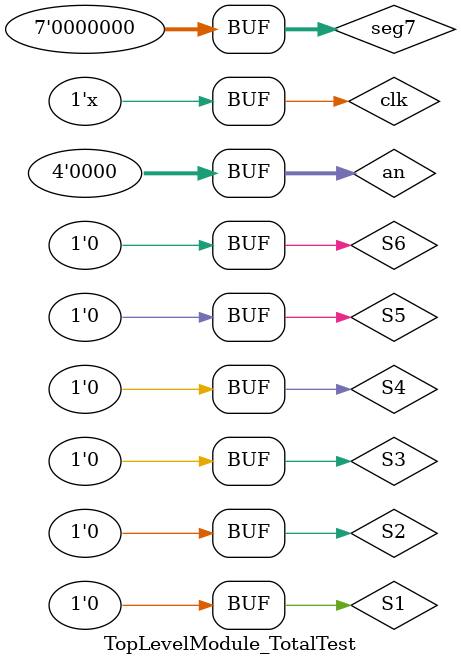
<source format=v>
`timescale 1ns / 1ps


module TopLevelModule_TotalTest;

	// Inputs
	reg S1;
	reg S2;
	reg S3;
	reg S4;
	reg S5;
	reg S6;
	reg [3:0] an;
	reg [6:0] seg7;
	reg clk;

	// Instantiate the Unit Under Test (UUT)
	TopLevelModule uut (
		.S1(S1), 
		.S2(S2), 
		.S3(S3), 
		.S4(S4), 
		.S5(S5), 
		.S6(S6), 
		.an(an), 
		.seg7(seg7), 
		.clk(clk)
	);

	initial begin
		// Initialize Inputs
		S1 = 0;
		S2 = 0;
		S3 = 0;
		S4 = 0;
		S5 = 0;
		S6 = 0;
		an = 0;
		seg7 = 0;
		clk = 0;

		// Wait 100 ns for global reset to finish
		#100;
		S1 = 1;
		#200
		S2 = 1;
		#100
		S1 = 0;
		S2 = 0;
		#100
		S3 = 1;
		#100
		S4 = 1;
		#150
		S3 = 0;
		S4 = 0;
		#50
		S6 = 1;
		#80
		S6 = 0;
        
		// Add stimulus here

	end
	
	always begin
	#5 clk = !clk;
	end
      
endmodule


</source>
